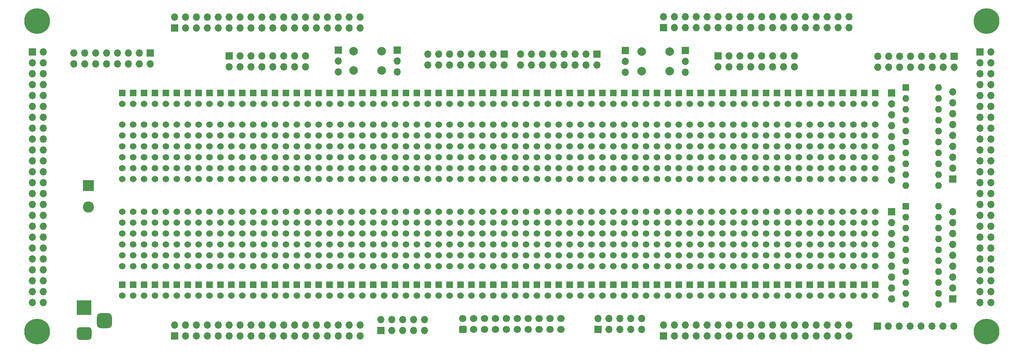
<source format=gbr>
%TF.GenerationSoftware,KiCad,Pcbnew,(5.1.10-1-10_14)*%
%TF.CreationDate,2021-09-26T00:15:31-04:00*%
%TF.ProjectId,prototype-board,70726f74-6f74-4797-9065-2d626f617264,rev?*%
%TF.SameCoordinates,Original*%
%TF.FileFunction,Soldermask,Bot*%
%TF.FilePolarity,Negative*%
%FSLAX46Y46*%
G04 Gerber Fmt 4.6, Leading zero omitted, Abs format (unit mm)*
G04 Created by KiCad (PCBNEW (5.1.10-1-10_14)) date 2021-09-26 00:15:31*
%MOMM*%
%LPD*%
G01*
G04 APERTURE LIST*
%ADD10C,2.000000*%
%ADD11O,1.700000X1.700000*%
%ADD12R,1.700000X1.700000*%
%ADD13C,1.700000*%
%ADD14O,1.600000X1.600000*%
%ADD15R,1.600000X1.600000*%
%ADD16C,6.000000*%
%ADD17C,0.800000*%
%ADD18C,2.600000*%
%ADD19R,2.600000X2.600000*%
%ADD20R,3.500000X3.500000*%
%ADD21R,1.524000X1.524000*%
%ADD22C,1.524000*%
G04 APERTURE END LIST*
D10*
%TO.C,SW2*%
X208430000Y-65278000D03*
X208430000Y-69778000D03*
X201930000Y-65278000D03*
X201930000Y-69778000D03*
%TD*%
%TO.C,SW1*%
X141370000Y-65144000D03*
X141370000Y-69644000D03*
X134870000Y-65144000D03*
X134870000Y-69644000D03*
%TD*%
D11*
%TO.C,J26*%
X212090000Y-70104000D03*
X212090000Y-67564000D03*
D12*
X212090000Y-65024000D03*
%TD*%
D11*
%TO.C,J25*%
X198120000Y-70104000D03*
X198120000Y-67564000D03*
D12*
X198120000Y-65024000D03*
%TD*%
D11*
%TO.C,J20*%
X131242000Y-70016000D03*
X131242000Y-67476000D03*
D12*
X131242000Y-64936000D03*
%TD*%
D11*
%TO.C,J19*%
X144958000Y-70016000D03*
X144958000Y-67476000D03*
D12*
X144958000Y-64936000D03*
%TD*%
D11*
%TO.C,J24*%
X274574000Y-129286000D03*
X272034000Y-129286000D03*
X269494000Y-129286000D03*
X266954000Y-129286000D03*
X264414000Y-129286000D03*
X261874000Y-129286000D03*
X259334000Y-129286000D03*
D12*
X256794000Y-129286000D03*
%TD*%
D11*
%TO.C,J23*%
X201930000Y-127508000D03*
X201930000Y-130048000D03*
X199390000Y-127508000D03*
X199390000Y-130048000D03*
X196850000Y-127508000D03*
X196850000Y-130048000D03*
X194310000Y-127508000D03*
X194310000Y-130048000D03*
X191770000Y-127508000D03*
D12*
X191770000Y-130048000D03*
%TD*%
D11*
%TO.C,J22*%
X151384000Y-127762000D03*
X151384000Y-130302000D03*
X148844000Y-127762000D03*
X148844000Y-130302000D03*
X146304000Y-127762000D03*
X146304000Y-130302000D03*
X143764000Y-127762000D03*
X143764000Y-130302000D03*
X141224000Y-127762000D03*
D12*
X141224000Y-130302000D03*
%TD*%
D13*
%TO.C,J21*%
X183134000Y-127508000D03*
X180594000Y-127508000D03*
X178054000Y-127508000D03*
X175514000Y-127508000D03*
X172974000Y-127508000D03*
X170434000Y-127508000D03*
X167894000Y-127508000D03*
X165354000Y-127508000D03*
X162814000Y-127508000D03*
X160274000Y-127508000D03*
X183134000Y-130048000D03*
X180594000Y-130048000D03*
X178054000Y-130048000D03*
X175514000Y-130048000D03*
X172974000Y-130048000D03*
X170434000Y-130048000D03*
X167894000Y-130048000D03*
X165354000Y-130048000D03*
X162814000Y-130048000D03*
G36*
G01*
X160874000Y-130898000D02*
X159674000Y-130898000D01*
G75*
G02*
X159424000Y-130648000I0J250000D01*
G01*
X159424000Y-129448000D01*
G75*
G02*
X159674000Y-129198000I250000J0D01*
G01*
X160874000Y-129198000D01*
G75*
G02*
X161124000Y-129448000I0J-250000D01*
G01*
X161124000Y-130648000D01*
G75*
G02*
X160874000Y-130898000I-250000J0D01*
G01*
G37*
%TD*%
D14*
%TO.C,U68*%
X271018000Y-73660000D03*
X263398000Y-96520000D03*
X271018000Y-76200000D03*
X263398000Y-93980000D03*
X271018000Y-78740000D03*
X263398000Y-91440000D03*
X271018000Y-81280000D03*
X263398000Y-88900000D03*
X271018000Y-83820000D03*
X263398000Y-86360000D03*
X271018000Y-86360000D03*
X263398000Y-83820000D03*
X271018000Y-88900000D03*
X263398000Y-81280000D03*
X271018000Y-91440000D03*
X263398000Y-78740000D03*
X271018000Y-93980000D03*
X263398000Y-76200000D03*
X271018000Y-96520000D03*
D15*
X263398000Y-73660000D03*
%TD*%
D14*
%TO.C,U39*%
X271018000Y-101346000D03*
X263398000Y-124206000D03*
X271018000Y-103886000D03*
X263398000Y-121666000D03*
X271018000Y-106426000D03*
X263398000Y-119126000D03*
X271018000Y-108966000D03*
X263398000Y-116586000D03*
X271018000Y-111506000D03*
X263398000Y-114046000D03*
X271018000Y-114046000D03*
X263398000Y-111506000D03*
X271018000Y-116586000D03*
X263398000Y-108966000D03*
X271018000Y-119126000D03*
X263398000Y-106426000D03*
X271018000Y-121666000D03*
X263398000Y-103886000D03*
X271018000Y-124206000D03*
D15*
X263398000Y-101346000D03*
%TD*%
D11*
%TO.C,J13*%
X274320000Y-102616000D03*
X274320000Y-105156000D03*
X274320000Y-107696000D03*
X274320000Y-110236000D03*
X274320000Y-112776000D03*
X274320000Y-115316000D03*
X274320000Y-117856000D03*
X274320000Y-120396000D03*
D12*
X274320000Y-122936000D03*
%TD*%
D11*
%TO.C,J12*%
X260096000Y-122936000D03*
X260096000Y-120396000D03*
X260096000Y-117856000D03*
X260096000Y-115316000D03*
X260096000Y-112776000D03*
X260096000Y-110236000D03*
X260096000Y-107696000D03*
X260096000Y-105156000D03*
D12*
X260096000Y-102616000D03*
%TD*%
D11*
%TO.C,J11*%
X274320000Y-74676000D03*
X274320000Y-77216000D03*
X274320000Y-79756000D03*
X274320000Y-82296000D03*
X274320000Y-84836000D03*
X274320000Y-87376000D03*
X274320000Y-89916000D03*
X274320000Y-92456000D03*
D12*
X274320000Y-94996000D03*
%TD*%
D11*
%TO.C,J10*%
X260096000Y-95250000D03*
X260096000Y-92710000D03*
X260096000Y-90170000D03*
X260096000Y-87630000D03*
X260096000Y-85090000D03*
X260096000Y-82550000D03*
X260096000Y-80010000D03*
X260096000Y-77470000D03*
D12*
X260096000Y-74930000D03*
%TD*%
D11*
%TO.C,J4*%
X256826000Y-68894000D03*
X256826000Y-66354000D03*
X259366000Y-68894000D03*
X259366000Y-66354000D03*
X261906000Y-68894000D03*
X261906000Y-66354000D03*
X264446000Y-68894000D03*
X264446000Y-66354000D03*
X266986000Y-68894000D03*
X266986000Y-66354000D03*
X269526000Y-68894000D03*
X269526000Y-66354000D03*
X272066000Y-68894000D03*
X272066000Y-66354000D03*
X274606000Y-68894000D03*
D12*
X274606000Y-66354000D03*
%TD*%
%TO.C,J3*%
X87496000Y-65582000D03*
D11*
X87496000Y-68122000D03*
X84956000Y-65582000D03*
X84956000Y-68122000D03*
X82416000Y-65582000D03*
X82416000Y-68122000D03*
X79876000Y-65582000D03*
X79876000Y-68122000D03*
X77336000Y-65582000D03*
X77336000Y-68122000D03*
X74796000Y-65582000D03*
X74796000Y-68122000D03*
X72256000Y-65582000D03*
X72256000Y-68122000D03*
X69716000Y-65582000D03*
X69716000Y-68122000D03*
%TD*%
D16*
%TO.C,REF\u002A\u002A*%
X282194000Y-58166000D03*
D17*
X284444000Y-58166000D03*
X283784990Y-59756990D03*
X282194000Y-60416000D03*
X280603010Y-59756990D03*
X279944000Y-58166000D03*
X280603010Y-56575010D03*
X282194000Y-55916000D03*
X283784990Y-56575010D03*
%TD*%
%TO.C,REF\u002A\u002A*%
X283784990Y-128965010D03*
X282194000Y-128306000D03*
X280603010Y-128965010D03*
X279944000Y-130556000D03*
X280603010Y-132146990D03*
X282194000Y-132806000D03*
X283784990Y-132146990D03*
X284444000Y-130556000D03*
D16*
X282194000Y-130556000D03*
%TD*%
%TO.C,REF\u002A\u002A*%
X61214000Y-130556000D03*
D17*
X63464000Y-130556000D03*
X62804990Y-132146990D03*
X61214000Y-132806000D03*
X59623010Y-132146990D03*
X58964000Y-130556000D03*
X59623010Y-128965010D03*
X61214000Y-128306000D03*
X62804990Y-128965010D03*
%TD*%
%TO.C,REF\u002A\u002A*%
X62804990Y-56575010D03*
X61214000Y-55916000D03*
X59623010Y-56575010D03*
X58964000Y-58166000D03*
X59623010Y-59756990D03*
X61214000Y-60416000D03*
X62804990Y-59756990D03*
X63464000Y-58166000D03*
D16*
X61214000Y-58166000D03*
%TD*%
D18*
%TO.C,J18*%
X73152000Y-101520000D03*
D19*
X73152000Y-96520000D03*
%TD*%
D11*
%TO.C,J17*%
X123698000Y-68834000D03*
X123698000Y-66294000D03*
X121158000Y-68834000D03*
X121158000Y-66294000D03*
X118618000Y-68834000D03*
X118618000Y-66294000D03*
X116078000Y-68834000D03*
X116078000Y-66294000D03*
X113538000Y-68834000D03*
X113538000Y-66294000D03*
X110998000Y-68834000D03*
X110998000Y-66294000D03*
X108458000Y-68834000D03*
X108458000Y-66294000D03*
X105918000Y-68834000D03*
D12*
X105918000Y-66294000D03*
%TD*%
D11*
%TO.C,J16*%
X237490000Y-68834000D03*
X237490000Y-66294000D03*
X234950000Y-68834000D03*
X234950000Y-66294000D03*
X232410000Y-68834000D03*
X232410000Y-66294000D03*
X229870000Y-68834000D03*
X229870000Y-66294000D03*
X227330000Y-68834000D03*
X227330000Y-66294000D03*
X224790000Y-68834000D03*
X224790000Y-66294000D03*
X222250000Y-68834000D03*
X222250000Y-66294000D03*
X219710000Y-68834000D03*
D12*
X219710000Y-66294000D03*
%TD*%
D11*
%TO.C,J15*%
X136360000Y-57160000D03*
X136360000Y-59700000D03*
X133820000Y-57160000D03*
X133820000Y-59700000D03*
X131280000Y-57160000D03*
X131280000Y-59700000D03*
X128740000Y-57160000D03*
X128740000Y-59700000D03*
X126200000Y-57160000D03*
X126200000Y-59700000D03*
X123660000Y-57160000D03*
X123660000Y-59700000D03*
X121120000Y-57160000D03*
X121120000Y-59700000D03*
X118580000Y-57160000D03*
X118580000Y-59700000D03*
X116040000Y-57160000D03*
X116040000Y-59700000D03*
X113500000Y-57160000D03*
X113500000Y-59700000D03*
X110960000Y-57160000D03*
X110960000Y-59700000D03*
X108420000Y-57160000D03*
X108420000Y-59700000D03*
X105880000Y-57160000D03*
X105880000Y-59700000D03*
X103340000Y-57160000D03*
X103340000Y-59700000D03*
X100800000Y-57160000D03*
X100800000Y-59700000D03*
X98260000Y-57160000D03*
X98260000Y-59700000D03*
X95720000Y-57160000D03*
X95720000Y-59700000D03*
X93180000Y-57160000D03*
D12*
X93180000Y-59700000D03*
%TD*%
D11*
%TO.C,J14*%
X250190000Y-57110000D03*
X250190000Y-59650000D03*
X247650000Y-57110000D03*
X247650000Y-59650000D03*
X245110000Y-57110000D03*
X245110000Y-59650000D03*
X242570000Y-57110000D03*
X242570000Y-59650000D03*
X240030000Y-57110000D03*
X240030000Y-59650000D03*
X237490000Y-57110000D03*
X237490000Y-59650000D03*
X234950000Y-57110000D03*
X234950000Y-59650000D03*
X232410000Y-57110000D03*
X232410000Y-59650000D03*
X229870000Y-57110000D03*
X229870000Y-59650000D03*
X227330000Y-57110000D03*
X227330000Y-59650000D03*
X224790000Y-57110000D03*
X224790000Y-59650000D03*
X222250000Y-57110000D03*
X222250000Y-59650000D03*
X219710000Y-57110000D03*
X219710000Y-59650000D03*
X217170000Y-57110000D03*
X217170000Y-59650000D03*
X214630000Y-57110000D03*
X214630000Y-59650000D03*
X212090000Y-57110000D03*
X212090000Y-59650000D03*
X209550000Y-57110000D03*
X209550000Y-59650000D03*
X207010000Y-57110000D03*
D12*
X207010000Y-59650000D03*
%TD*%
D11*
%TO.C,J6*%
X136360000Y-129032000D03*
X136360000Y-131572000D03*
X133820000Y-129032000D03*
X133820000Y-131572000D03*
X131280000Y-129032000D03*
X131280000Y-131572000D03*
X128740000Y-129032000D03*
X128740000Y-131572000D03*
X126200000Y-129032000D03*
X126200000Y-131572000D03*
X123660000Y-129032000D03*
X123660000Y-131572000D03*
X121120000Y-129032000D03*
X121120000Y-131572000D03*
X118580000Y-129032000D03*
X118580000Y-131572000D03*
X116040000Y-129032000D03*
X116040000Y-131572000D03*
X113500000Y-129032000D03*
X113500000Y-131572000D03*
X110960000Y-129032000D03*
X110960000Y-131572000D03*
X108420000Y-129032000D03*
X108420000Y-131572000D03*
X105880000Y-129032000D03*
X105880000Y-131572000D03*
X103340000Y-129032000D03*
X103340000Y-131572000D03*
X100800000Y-129032000D03*
X100800000Y-131572000D03*
X98260000Y-129032000D03*
X98260000Y-131572000D03*
X95720000Y-129032000D03*
X95720000Y-131572000D03*
X93180000Y-129032000D03*
D12*
X93180000Y-131572000D03*
%TD*%
D11*
%TO.C,J5*%
X250180000Y-129032000D03*
X250180000Y-131572000D03*
X247640000Y-129032000D03*
X247640000Y-131572000D03*
X245100000Y-129032000D03*
X245100000Y-131572000D03*
X242560000Y-129032000D03*
X242560000Y-131572000D03*
X240020000Y-129032000D03*
X240020000Y-131572000D03*
X237480000Y-129032000D03*
X237480000Y-131572000D03*
X234940000Y-129032000D03*
X234940000Y-131572000D03*
X232400000Y-129032000D03*
X232400000Y-131572000D03*
X229860000Y-129032000D03*
X229860000Y-131572000D03*
X227320000Y-129032000D03*
X227320000Y-131572000D03*
X224780000Y-129032000D03*
X224780000Y-131572000D03*
X222240000Y-129032000D03*
X222240000Y-131572000D03*
X219700000Y-129032000D03*
X219700000Y-131572000D03*
X217160000Y-129032000D03*
X217160000Y-131572000D03*
X214620000Y-129032000D03*
X214620000Y-131572000D03*
X212080000Y-129032000D03*
X212080000Y-131572000D03*
X209540000Y-129032000D03*
X209540000Y-131572000D03*
X207000000Y-129032000D03*
D12*
X207000000Y-131572000D03*
%TD*%
D11*
%TO.C,J9*%
X62600000Y-123706000D03*
X60060000Y-123706000D03*
X62600000Y-121166000D03*
X60060000Y-121166000D03*
X62600000Y-118626000D03*
X60060000Y-118626000D03*
X62600000Y-116086000D03*
X60060000Y-116086000D03*
X62600000Y-113546000D03*
X60060000Y-113546000D03*
X62600000Y-111006000D03*
X60060000Y-111006000D03*
X62600000Y-108466000D03*
X60060000Y-108466000D03*
X62600000Y-105926000D03*
X60060000Y-105926000D03*
X62600000Y-103386000D03*
X60060000Y-103386000D03*
X62600000Y-100846000D03*
X60060000Y-100846000D03*
X62600000Y-98306000D03*
X60060000Y-98306000D03*
X62600000Y-95766000D03*
X60060000Y-95766000D03*
X62600000Y-93226000D03*
X60060000Y-93226000D03*
X62600000Y-90686000D03*
X60060000Y-90686000D03*
X62600000Y-88146000D03*
X60060000Y-88146000D03*
X62600000Y-85606000D03*
X60060000Y-85606000D03*
X62600000Y-83066000D03*
X60060000Y-83066000D03*
X62600000Y-80526000D03*
X60060000Y-80526000D03*
X62600000Y-77986000D03*
X60060000Y-77986000D03*
X62600000Y-75446000D03*
X60060000Y-75446000D03*
X62600000Y-72906000D03*
X60060000Y-72906000D03*
X62600000Y-70366000D03*
X60060000Y-70366000D03*
X62600000Y-67826000D03*
X60060000Y-67826000D03*
X62600000Y-65286000D03*
D12*
X60060000Y-65286000D03*
%TD*%
D11*
%TO.C,J8*%
X283190000Y-123710000D03*
X280650000Y-123710000D03*
X283190000Y-121170000D03*
X280650000Y-121170000D03*
X283190000Y-118630000D03*
X280650000Y-118630000D03*
X283190000Y-116090000D03*
X280650000Y-116090000D03*
X283190000Y-113550000D03*
X280650000Y-113550000D03*
X283190000Y-111010000D03*
X280650000Y-111010000D03*
X283190000Y-108470000D03*
X280650000Y-108470000D03*
X283190000Y-105930000D03*
X280650000Y-105930000D03*
X283190000Y-103390000D03*
X280650000Y-103390000D03*
X283190000Y-100850000D03*
X280650000Y-100850000D03*
X283190000Y-98310000D03*
X280650000Y-98310000D03*
X283190000Y-95770000D03*
X280650000Y-95770000D03*
X283190000Y-93230000D03*
X280650000Y-93230000D03*
X283190000Y-90690000D03*
X280650000Y-90690000D03*
X283190000Y-88150000D03*
X280650000Y-88150000D03*
X283190000Y-85610000D03*
X280650000Y-85610000D03*
X283190000Y-83070000D03*
X280650000Y-83070000D03*
X283190000Y-80530000D03*
X280650000Y-80530000D03*
X283190000Y-77990000D03*
X280650000Y-77990000D03*
X283190000Y-75450000D03*
X280650000Y-75450000D03*
X283190000Y-72910000D03*
X280650000Y-72910000D03*
X283190000Y-70370000D03*
X280650000Y-70370000D03*
X283190000Y-67830000D03*
X280650000Y-67830000D03*
X283190000Y-65290000D03*
D12*
X280650000Y-65290000D03*
%TD*%
%TO.C,J7*%
G36*
G01*
X77711000Y-129718000D02*
X75961000Y-129718000D01*
G75*
G02*
X75086000Y-128843000I0J875000D01*
G01*
X75086000Y-127093000D01*
G75*
G02*
X75961000Y-126218000I875000J0D01*
G01*
X77711000Y-126218000D01*
G75*
G02*
X78586000Y-127093000I0J-875000D01*
G01*
X78586000Y-128843000D01*
G75*
G02*
X77711000Y-129718000I-875000J0D01*
G01*
G37*
G36*
G01*
X73136000Y-132468000D02*
X71136000Y-132468000D01*
G75*
G02*
X70386000Y-131718000I0J750000D01*
G01*
X70386000Y-130218000D01*
G75*
G02*
X71136000Y-129468000I750000J0D01*
G01*
X73136000Y-129468000D01*
G75*
G02*
X73886000Y-130218000I0J-750000D01*
G01*
X73886000Y-131718000D01*
G75*
G02*
X73136000Y-132468000I-750000J0D01*
G01*
G37*
D20*
X72136000Y-124968000D03*
%TD*%
D11*
%TO.C,J2*%
X173736000Y-68376000D03*
X173736000Y-65836000D03*
X176276000Y-68376000D03*
X176276000Y-65836000D03*
X178816000Y-68376000D03*
X178816000Y-65836000D03*
X181356000Y-68376000D03*
X181356000Y-65836000D03*
X183896000Y-68376000D03*
X183896000Y-65836000D03*
X186436000Y-68376000D03*
X186436000Y-65836000D03*
X188976000Y-68376000D03*
X188976000Y-65836000D03*
X191516000Y-68376000D03*
D12*
X191516000Y-65836000D03*
%TD*%
D11*
%TO.C,J1*%
X152146000Y-68366000D03*
X152146000Y-65826000D03*
X154686000Y-68366000D03*
X154686000Y-65826000D03*
X157226000Y-68366000D03*
X157226000Y-65826000D03*
X159766000Y-68366000D03*
X159766000Y-65826000D03*
X162306000Y-68366000D03*
X162306000Y-65826000D03*
X164846000Y-68366000D03*
X164846000Y-65826000D03*
X167386000Y-68366000D03*
X167386000Y-65826000D03*
X169926000Y-68366000D03*
D12*
X169926000Y-65826000D03*
%TD*%
D21*
%TO.C,U3*%
X149606000Y-74930000D03*
D22*
X96266000Y-77470000D03*
X93726000Y-77470000D03*
D21*
X126746000Y-74930000D03*
X103886000Y-74930000D03*
D22*
X103886000Y-77470000D03*
D21*
X124206000Y-74930000D03*
X88646000Y-74930000D03*
D22*
X141986000Y-77470000D03*
X139446000Y-77470000D03*
D21*
X147066000Y-74930000D03*
D22*
X149606000Y-77470000D03*
D21*
X144526000Y-74930000D03*
X108966000Y-74930000D03*
X152146000Y-74930000D03*
D22*
X152146000Y-77470000D03*
D21*
X121666000Y-74930000D03*
X136906000Y-74930000D03*
X141986000Y-74930000D03*
D22*
X136906000Y-77470000D03*
X134366000Y-77470000D03*
D21*
X131826000Y-74930000D03*
D22*
X131826000Y-77470000D03*
D21*
X134366000Y-74930000D03*
D22*
X114046000Y-77470000D03*
X129286000Y-77470000D03*
X98806000Y-77470000D03*
X116586000Y-77470000D03*
X121666000Y-77470000D03*
D21*
X114046000Y-74930000D03*
D22*
X119126000Y-77470000D03*
D21*
X111506000Y-74930000D03*
D22*
X106426000Y-77470000D03*
X126746000Y-77470000D03*
X147066000Y-77470000D03*
X144526000Y-77470000D03*
D21*
X139446000Y-74930000D03*
D22*
X108966000Y-77470000D03*
D21*
X129286000Y-74930000D03*
X101346000Y-74930000D03*
D22*
X101346000Y-77470000D03*
D21*
X98806000Y-74930000D03*
D22*
X91186000Y-77470000D03*
X88646000Y-77470000D03*
D21*
X96266000Y-74930000D03*
X93726000Y-74930000D03*
X106426000Y-74930000D03*
X83566000Y-74930000D03*
X86106000Y-74930000D03*
X91186000Y-74930000D03*
D22*
X86106000Y-77470000D03*
X83566000Y-77470000D03*
D21*
X81026000Y-74930000D03*
D22*
X81026000Y-77470000D03*
D21*
X154686000Y-74930000D03*
D22*
X154686000Y-77470000D03*
D21*
X116586000Y-74930000D03*
D22*
X124206000Y-77470000D03*
X111506000Y-77470000D03*
D21*
X119126000Y-74930000D03*
X200406000Y-74930000D03*
X177546000Y-74930000D03*
X175006000Y-74930000D03*
D22*
X192786000Y-77470000D03*
X190246000Y-77470000D03*
D21*
X197866000Y-74930000D03*
D22*
X200406000Y-77470000D03*
D21*
X195326000Y-74930000D03*
X159766000Y-74930000D03*
X202946000Y-74930000D03*
D22*
X202946000Y-77470000D03*
D21*
X172466000Y-74930000D03*
X187706000Y-74930000D03*
X192786000Y-74930000D03*
D22*
X187706000Y-77470000D03*
X185166000Y-77470000D03*
D21*
X182626000Y-74930000D03*
D22*
X182626000Y-77470000D03*
D21*
X185166000Y-74930000D03*
D22*
X164846000Y-77470000D03*
X180086000Y-77470000D03*
X167386000Y-77470000D03*
X172466000Y-77470000D03*
D21*
X164846000Y-74930000D03*
D22*
X169926000Y-77470000D03*
D21*
X162306000Y-74930000D03*
D22*
X157226000Y-77470000D03*
X177546000Y-77470000D03*
X197866000Y-77470000D03*
X195326000Y-77470000D03*
D21*
X190246000Y-74930000D03*
D22*
X159766000Y-77470000D03*
D21*
X180086000Y-74930000D03*
X157226000Y-74930000D03*
X205486000Y-74930000D03*
D22*
X205486000Y-77470000D03*
D21*
X167386000Y-74930000D03*
D22*
X175006000Y-77470000D03*
X162306000Y-77470000D03*
D21*
X169926000Y-74930000D03*
X225806000Y-74930000D03*
D22*
X218186000Y-77470000D03*
X215646000Y-77470000D03*
D21*
X223266000Y-74930000D03*
D22*
X225806000Y-77470000D03*
D21*
X220726000Y-74930000D03*
X228346000Y-74930000D03*
D22*
X228346000Y-77470000D03*
D21*
X213106000Y-74930000D03*
X218186000Y-74930000D03*
D22*
X213106000Y-77470000D03*
X210566000Y-77470000D03*
D21*
X208026000Y-74930000D03*
D22*
X208026000Y-77470000D03*
D21*
X210566000Y-74930000D03*
D22*
X223266000Y-77470000D03*
X220726000Y-77470000D03*
D21*
X215646000Y-74930000D03*
X230886000Y-74930000D03*
D22*
X230886000Y-77470000D03*
X235966000Y-77470000D03*
D21*
X233426000Y-74930000D03*
D22*
X233426000Y-77470000D03*
D21*
X235966000Y-74930000D03*
X241046000Y-74930000D03*
X238506000Y-74930000D03*
D22*
X241046000Y-77470000D03*
D21*
X243586000Y-74930000D03*
D22*
X243586000Y-77470000D03*
X238506000Y-77470000D03*
D21*
X246126000Y-74930000D03*
D22*
X246126000Y-77470000D03*
D21*
X248666000Y-74930000D03*
D22*
X248666000Y-77470000D03*
D21*
X251206000Y-74930000D03*
D22*
X251206000Y-77470000D03*
D21*
X253746000Y-74930000D03*
D22*
X253746000Y-77470000D03*
D21*
X256286000Y-74930000D03*
D22*
X256286000Y-77470000D03*
%TD*%
D21*
%TO.C,U2*%
X149606000Y-119634000D03*
D22*
X96266000Y-122174000D03*
X93726000Y-122174000D03*
D21*
X126746000Y-119634000D03*
X103886000Y-119634000D03*
D22*
X103886000Y-122174000D03*
D21*
X124206000Y-119634000D03*
X88646000Y-119634000D03*
D22*
X141986000Y-122174000D03*
X139446000Y-122174000D03*
D21*
X147066000Y-119634000D03*
D22*
X149606000Y-122174000D03*
D21*
X144526000Y-119634000D03*
X108966000Y-119634000D03*
X152146000Y-119634000D03*
D22*
X152146000Y-122174000D03*
D21*
X121666000Y-119634000D03*
X136906000Y-119634000D03*
X141986000Y-119634000D03*
D22*
X136906000Y-122174000D03*
X134366000Y-122174000D03*
D21*
X131826000Y-119634000D03*
D22*
X131826000Y-122174000D03*
D21*
X134366000Y-119634000D03*
D22*
X114046000Y-122174000D03*
X129286000Y-122174000D03*
X98806000Y-122174000D03*
X116586000Y-122174000D03*
X121666000Y-122174000D03*
D21*
X114046000Y-119634000D03*
D22*
X119126000Y-122174000D03*
D21*
X111506000Y-119634000D03*
D22*
X106426000Y-122174000D03*
X126746000Y-122174000D03*
X147066000Y-122174000D03*
X144526000Y-122174000D03*
D21*
X139446000Y-119634000D03*
D22*
X108966000Y-122174000D03*
D21*
X129286000Y-119634000D03*
X101346000Y-119634000D03*
D22*
X101346000Y-122174000D03*
D21*
X98806000Y-119634000D03*
D22*
X91186000Y-122174000D03*
X88646000Y-122174000D03*
D21*
X96266000Y-119634000D03*
X93726000Y-119634000D03*
X106426000Y-119634000D03*
X83566000Y-119634000D03*
X86106000Y-119634000D03*
X91186000Y-119634000D03*
D22*
X86106000Y-122174000D03*
X83566000Y-122174000D03*
D21*
X81026000Y-119634000D03*
D22*
X81026000Y-122174000D03*
D21*
X154686000Y-119634000D03*
D22*
X154686000Y-122174000D03*
D21*
X116586000Y-119634000D03*
D22*
X124206000Y-122174000D03*
X111506000Y-122174000D03*
D21*
X119126000Y-119634000D03*
X200406000Y-119634000D03*
X177546000Y-119634000D03*
X175006000Y-119634000D03*
D22*
X192786000Y-122174000D03*
X190246000Y-122174000D03*
D21*
X197866000Y-119634000D03*
D22*
X200406000Y-122174000D03*
D21*
X195326000Y-119634000D03*
X159766000Y-119634000D03*
X202946000Y-119634000D03*
D22*
X202946000Y-122174000D03*
D21*
X172466000Y-119634000D03*
X187706000Y-119634000D03*
X192786000Y-119634000D03*
D22*
X187706000Y-122174000D03*
X185166000Y-122174000D03*
D21*
X182626000Y-119634000D03*
D22*
X182626000Y-122174000D03*
D21*
X185166000Y-119634000D03*
D22*
X164846000Y-122174000D03*
X180086000Y-122174000D03*
X167386000Y-122174000D03*
X172466000Y-122174000D03*
D21*
X164846000Y-119634000D03*
D22*
X169926000Y-122174000D03*
D21*
X162306000Y-119634000D03*
D22*
X157226000Y-122174000D03*
X177546000Y-122174000D03*
X197866000Y-122174000D03*
X195326000Y-122174000D03*
D21*
X190246000Y-119634000D03*
D22*
X159766000Y-122174000D03*
D21*
X180086000Y-119634000D03*
X157226000Y-119634000D03*
X205486000Y-119634000D03*
D22*
X205486000Y-122174000D03*
D21*
X167386000Y-119634000D03*
D22*
X175006000Y-122174000D03*
X162306000Y-122174000D03*
D21*
X169926000Y-119634000D03*
X225806000Y-119634000D03*
D22*
X218186000Y-122174000D03*
X215646000Y-122174000D03*
D21*
X223266000Y-119634000D03*
D22*
X225806000Y-122174000D03*
D21*
X220726000Y-119634000D03*
X228346000Y-119634000D03*
D22*
X228346000Y-122174000D03*
D21*
X213106000Y-119634000D03*
X218186000Y-119634000D03*
D22*
X213106000Y-122174000D03*
X210566000Y-122174000D03*
D21*
X208026000Y-119634000D03*
D22*
X208026000Y-122174000D03*
D21*
X210566000Y-119634000D03*
D22*
X223266000Y-122174000D03*
X220726000Y-122174000D03*
D21*
X215646000Y-119634000D03*
X230886000Y-119634000D03*
D22*
X230886000Y-122174000D03*
X235966000Y-122174000D03*
D21*
X233426000Y-119634000D03*
D22*
X233426000Y-122174000D03*
D21*
X235966000Y-119634000D03*
X241046000Y-119634000D03*
X238506000Y-119634000D03*
D22*
X241046000Y-122174000D03*
D21*
X243586000Y-119634000D03*
D22*
X243586000Y-122174000D03*
X238506000Y-122174000D03*
D21*
X246126000Y-119634000D03*
D22*
X246126000Y-122174000D03*
D21*
X248666000Y-119634000D03*
D22*
X248666000Y-122174000D03*
D21*
X251206000Y-119634000D03*
D22*
X251206000Y-122174000D03*
D21*
X253746000Y-119634000D03*
D22*
X253746000Y-122174000D03*
D21*
X256286000Y-119634000D03*
D22*
X256286000Y-122174000D03*
%TD*%
%TO.C,U1*%
X81026000Y-115316000D03*
X81026000Y-112776000D03*
X81026000Y-110236000D03*
X81026000Y-107696000D03*
X81026000Y-105156000D03*
X81026000Y-102616000D03*
X256286000Y-115316000D03*
X253746000Y-115316000D03*
X251206000Y-115316000D03*
X238506000Y-115316000D03*
X248666000Y-115316000D03*
X246126000Y-115316000D03*
X235966000Y-115316000D03*
X233426000Y-115316000D03*
X243586000Y-115316000D03*
X241046000Y-115316000D03*
X83566000Y-115316000D03*
X210566000Y-115316000D03*
X208026000Y-115316000D03*
X205486000Y-115316000D03*
X202946000Y-115316000D03*
X200406000Y-115316000D03*
X197866000Y-115316000D03*
X195326000Y-115316000D03*
X192786000Y-115316000D03*
X190246000Y-115316000D03*
X187706000Y-115316000D03*
X185166000Y-115316000D03*
X182626000Y-115316000D03*
X180086000Y-115316000D03*
X177546000Y-115316000D03*
X175006000Y-115316000D03*
X172466000Y-115316000D03*
X169926000Y-115316000D03*
X164846000Y-115316000D03*
X162306000Y-115316000D03*
X159766000Y-115316000D03*
X157226000Y-115316000D03*
X154686000Y-115316000D03*
X152146000Y-115316000D03*
X149606000Y-115316000D03*
X147066000Y-115316000D03*
X144526000Y-115316000D03*
X141986000Y-115316000D03*
X139446000Y-115316000D03*
X136906000Y-115316000D03*
X134366000Y-115316000D03*
X131826000Y-115316000D03*
X129286000Y-115316000D03*
X126746000Y-115316000D03*
X167386000Y-115316000D03*
X124206000Y-115316000D03*
X121666000Y-115316000D03*
X119126000Y-115316000D03*
X116586000Y-115316000D03*
X114046000Y-115316000D03*
X111506000Y-115316000D03*
X108966000Y-115316000D03*
X106426000Y-115316000D03*
X103886000Y-115316000D03*
X101346000Y-115316000D03*
X98806000Y-115316000D03*
X96266000Y-115316000D03*
X93726000Y-115316000D03*
X91186000Y-115316000D03*
X88646000Y-115316000D03*
X225806000Y-115316000D03*
X223266000Y-115316000D03*
X220726000Y-115316000D03*
X218186000Y-115316000D03*
X215646000Y-115316000D03*
X213106000Y-115316000D03*
X86106000Y-115316000D03*
X230886000Y-115316000D03*
X228346000Y-115316000D03*
X256286000Y-112776000D03*
X253746000Y-112776000D03*
X251206000Y-112776000D03*
X238506000Y-112776000D03*
X248666000Y-112776000D03*
X246126000Y-112776000D03*
X235966000Y-112776000D03*
X233426000Y-112776000D03*
X243586000Y-112776000D03*
X241046000Y-112776000D03*
X83566000Y-112776000D03*
X210566000Y-112776000D03*
X208026000Y-112776000D03*
X205486000Y-112776000D03*
X202946000Y-112776000D03*
X200406000Y-112776000D03*
X197866000Y-112776000D03*
X195326000Y-112776000D03*
X192786000Y-112776000D03*
X190246000Y-112776000D03*
X187706000Y-112776000D03*
X185166000Y-112776000D03*
X182626000Y-112776000D03*
X180086000Y-112776000D03*
X177546000Y-112776000D03*
X175006000Y-112776000D03*
X172466000Y-112776000D03*
X169926000Y-112776000D03*
X164846000Y-112776000D03*
X162306000Y-112776000D03*
X159766000Y-112776000D03*
X157226000Y-112776000D03*
X154686000Y-112776000D03*
X152146000Y-112776000D03*
X149606000Y-112776000D03*
X147066000Y-112776000D03*
X144526000Y-112776000D03*
X141986000Y-112776000D03*
X139446000Y-112776000D03*
X136906000Y-112776000D03*
X134366000Y-112776000D03*
X131826000Y-112776000D03*
X129286000Y-112776000D03*
X126746000Y-112776000D03*
X167386000Y-112776000D03*
X124206000Y-112776000D03*
X121666000Y-112776000D03*
X119126000Y-112776000D03*
X116586000Y-112776000D03*
X114046000Y-112776000D03*
X111506000Y-112776000D03*
X108966000Y-112776000D03*
X106426000Y-112776000D03*
X103886000Y-112776000D03*
X101346000Y-112776000D03*
X98806000Y-112776000D03*
X96266000Y-112776000D03*
X93726000Y-112776000D03*
X91186000Y-112776000D03*
X88646000Y-112776000D03*
X225806000Y-112776000D03*
X223266000Y-112776000D03*
X220726000Y-112776000D03*
X218186000Y-112776000D03*
X215646000Y-112776000D03*
X213106000Y-112776000D03*
X86106000Y-112776000D03*
X230886000Y-112776000D03*
X228346000Y-112776000D03*
X256286000Y-110236000D03*
X253746000Y-110236000D03*
X251206000Y-110236000D03*
X238506000Y-110236000D03*
X248666000Y-110236000D03*
X246126000Y-110236000D03*
X235966000Y-110236000D03*
X233426000Y-110236000D03*
X243586000Y-110236000D03*
X241046000Y-110236000D03*
X83566000Y-110236000D03*
X210566000Y-110236000D03*
X208026000Y-110236000D03*
X205486000Y-110236000D03*
X202946000Y-110236000D03*
X200406000Y-110236000D03*
X197866000Y-110236000D03*
X195326000Y-110236000D03*
X192786000Y-110236000D03*
X190246000Y-110236000D03*
X187706000Y-110236000D03*
X185166000Y-110236000D03*
X182626000Y-110236000D03*
X180086000Y-110236000D03*
X177546000Y-110236000D03*
X175006000Y-110236000D03*
X172466000Y-110236000D03*
X169926000Y-110236000D03*
X164846000Y-110236000D03*
X162306000Y-110236000D03*
X159766000Y-110236000D03*
X157226000Y-110236000D03*
X154686000Y-110236000D03*
X152146000Y-110236000D03*
X149606000Y-110236000D03*
X147066000Y-110236000D03*
X144526000Y-110236000D03*
X141986000Y-110236000D03*
X139446000Y-110236000D03*
X136906000Y-110236000D03*
X134366000Y-110236000D03*
X131826000Y-110236000D03*
X129286000Y-110236000D03*
X126746000Y-110236000D03*
X167386000Y-110236000D03*
X124206000Y-110236000D03*
X121666000Y-110236000D03*
X119126000Y-110236000D03*
X116586000Y-110236000D03*
X114046000Y-110236000D03*
X111506000Y-110236000D03*
X108966000Y-110236000D03*
X106426000Y-110236000D03*
X103886000Y-110236000D03*
X101346000Y-110236000D03*
X98806000Y-110236000D03*
X96266000Y-110236000D03*
X93726000Y-110236000D03*
X91186000Y-110236000D03*
X88646000Y-110236000D03*
X225806000Y-110236000D03*
X223266000Y-110236000D03*
X220726000Y-110236000D03*
X218186000Y-110236000D03*
X215646000Y-110236000D03*
X213106000Y-110236000D03*
X86106000Y-110236000D03*
X230886000Y-110236000D03*
X228346000Y-110236000D03*
X256286000Y-107696000D03*
X253746000Y-107696000D03*
X251206000Y-107696000D03*
X238506000Y-107696000D03*
X248666000Y-107696000D03*
X246126000Y-107696000D03*
X235966000Y-107696000D03*
X233426000Y-107696000D03*
X243586000Y-107696000D03*
X241046000Y-107696000D03*
X83566000Y-107696000D03*
X210566000Y-107696000D03*
X208026000Y-107696000D03*
X205486000Y-107696000D03*
X202946000Y-107696000D03*
X200406000Y-107696000D03*
X197866000Y-107696000D03*
X195326000Y-107696000D03*
X192786000Y-107696000D03*
X190246000Y-107696000D03*
X187706000Y-107696000D03*
X185166000Y-107696000D03*
X182626000Y-107696000D03*
X180086000Y-107696000D03*
X177546000Y-107696000D03*
X175006000Y-107696000D03*
X172466000Y-107696000D03*
X169926000Y-107696000D03*
X164846000Y-107696000D03*
X162306000Y-107696000D03*
X159766000Y-107696000D03*
X157226000Y-107696000D03*
X154686000Y-107696000D03*
X152146000Y-107696000D03*
X149606000Y-107696000D03*
X147066000Y-107696000D03*
X144526000Y-107696000D03*
X141986000Y-107696000D03*
X139446000Y-107696000D03*
X136906000Y-107696000D03*
X134366000Y-107696000D03*
X131826000Y-107696000D03*
X129286000Y-107696000D03*
X126746000Y-107696000D03*
X167386000Y-107696000D03*
X124206000Y-107696000D03*
X121666000Y-107696000D03*
X119126000Y-107696000D03*
X116586000Y-107696000D03*
X114046000Y-107696000D03*
X111506000Y-107696000D03*
X108966000Y-107696000D03*
X106426000Y-107696000D03*
X103886000Y-107696000D03*
X101346000Y-107696000D03*
X98806000Y-107696000D03*
X96266000Y-107696000D03*
X93726000Y-107696000D03*
X91186000Y-107696000D03*
X88646000Y-107696000D03*
X86106000Y-107696000D03*
X230886000Y-107696000D03*
X228346000Y-107696000D03*
X225806000Y-107696000D03*
X223266000Y-107696000D03*
X220726000Y-107696000D03*
X218186000Y-107696000D03*
X215646000Y-107696000D03*
X213106000Y-107696000D03*
X256286000Y-105156000D03*
X253746000Y-105156000D03*
X251206000Y-105156000D03*
X238506000Y-105156000D03*
X248666000Y-105156000D03*
X246126000Y-105156000D03*
X235966000Y-105156000D03*
X233426000Y-105156000D03*
X243586000Y-105156000D03*
X241046000Y-105156000D03*
X83566000Y-105156000D03*
X210566000Y-105156000D03*
X208026000Y-105156000D03*
X205486000Y-105156000D03*
X202946000Y-105156000D03*
X200406000Y-105156000D03*
X197866000Y-105156000D03*
X195326000Y-105156000D03*
X192786000Y-105156000D03*
X190246000Y-105156000D03*
X187706000Y-105156000D03*
X185166000Y-105156000D03*
X182626000Y-105156000D03*
X180086000Y-105156000D03*
X177546000Y-105156000D03*
X175006000Y-105156000D03*
X172466000Y-105156000D03*
X169926000Y-105156000D03*
X164846000Y-105156000D03*
X162306000Y-105156000D03*
X159766000Y-105156000D03*
X157226000Y-105156000D03*
X154686000Y-105156000D03*
X152146000Y-105156000D03*
X149606000Y-105156000D03*
X147066000Y-105156000D03*
X144526000Y-105156000D03*
X141986000Y-105156000D03*
X139446000Y-105156000D03*
X136906000Y-105156000D03*
X134366000Y-105156000D03*
X131826000Y-105156000D03*
X129286000Y-105156000D03*
X126746000Y-105156000D03*
X167386000Y-105156000D03*
X124206000Y-105156000D03*
X121666000Y-105156000D03*
X119126000Y-105156000D03*
X116586000Y-105156000D03*
X114046000Y-105156000D03*
X111506000Y-105156000D03*
X108966000Y-105156000D03*
X106426000Y-105156000D03*
X103886000Y-105156000D03*
X101346000Y-105156000D03*
X98806000Y-105156000D03*
X96266000Y-105156000D03*
X93726000Y-105156000D03*
X91186000Y-105156000D03*
X88646000Y-105156000D03*
X86106000Y-105156000D03*
X230886000Y-105156000D03*
X228346000Y-105156000D03*
X225806000Y-105156000D03*
X223266000Y-105156000D03*
X220726000Y-105156000D03*
X218186000Y-105156000D03*
X215646000Y-105156000D03*
X213106000Y-105156000D03*
X256286000Y-102616000D03*
X253746000Y-102616000D03*
X251206000Y-102616000D03*
X248666000Y-102616000D03*
X246126000Y-102616000D03*
X243586000Y-102616000D03*
X241046000Y-102616000D03*
X238506000Y-102616000D03*
X235966000Y-102616000D03*
X233426000Y-102616000D03*
X230886000Y-102616000D03*
X228346000Y-102616000D03*
X225806000Y-102616000D03*
X223266000Y-102616000D03*
X220726000Y-102616000D03*
X218186000Y-102616000D03*
X215646000Y-102616000D03*
X213106000Y-102616000D03*
X210566000Y-102616000D03*
X208026000Y-102616000D03*
X205486000Y-102616000D03*
X202946000Y-102616000D03*
X200406000Y-102616000D03*
X197866000Y-102616000D03*
X195326000Y-102616000D03*
X192786000Y-102616000D03*
X190246000Y-102616000D03*
X187706000Y-102616000D03*
X185166000Y-102616000D03*
X182626000Y-102616000D03*
X180086000Y-102616000D03*
X177546000Y-102616000D03*
X175006000Y-102616000D03*
X172466000Y-102616000D03*
X169926000Y-102616000D03*
X167386000Y-102616000D03*
X164846000Y-102616000D03*
X162306000Y-102616000D03*
X159766000Y-102616000D03*
X157226000Y-102616000D03*
X154686000Y-102616000D03*
X152146000Y-102616000D03*
X149606000Y-102616000D03*
X147066000Y-102616000D03*
X144526000Y-102616000D03*
X141986000Y-102616000D03*
X139446000Y-102616000D03*
X136906000Y-102616000D03*
X134366000Y-102616000D03*
X131826000Y-102616000D03*
X129286000Y-102616000D03*
X126746000Y-102616000D03*
X124206000Y-102616000D03*
X121666000Y-102616000D03*
X119126000Y-102616000D03*
X116586000Y-102616000D03*
X114046000Y-102616000D03*
X111506000Y-102616000D03*
X108966000Y-102616000D03*
X106426000Y-102616000D03*
X103886000Y-102616000D03*
X101346000Y-102616000D03*
X98806000Y-102616000D03*
X96266000Y-102616000D03*
X93726000Y-102616000D03*
X91186000Y-102616000D03*
X88646000Y-102616000D03*
X86106000Y-102616000D03*
X83566000Y-102616000D03*
X180086000Y-94996000D03*
X159766000Y-94996000D03*
X253746000Y-94996000D03*
X251206000Y-94996000D03*
X248666000Y-94996000D03*
X246126000Y-94996000D03*
X243586000Y-94996000D03*
X241046000Y-94996000D03*
X238506000Y-94996000D03*
X213106000Y-94996000D03*
X126746000Y-94996000D03*
X124206000Y-94996000D03*
X164846000Y-94996000D03*
X121666000Y-94996000D03*
X235966000Y-94996000D03*
X233426000Y-94996000D03*
X86106000Y-94996000D03*
X98806000Y-94996000D03*
X167386000Y-94996000D03*
X119126000Y-94996000D03*
X116586000Y-94996000D03*
X103886000Y-94996000D03*
X101346000Y-94996000D03*
X177546000Y-94996000D03*
X175006000Y-94996000D03*
X96266000Y-94996000D03*
X162306000Y-94996000D03*
X195326000Y-94996000D03*
X223266000Y-94996000D03*
X220726000Y-94996000D03*
X218186000Y-94996000D03*
X215646000Y-94996000D03*
X144526000Y-94996000D03*
X83566000Y-94996000D03*
X228346000Y-94996000D03*
X182626000Y-94996000D03*
X230886000Y-94996000D03*
X205486000Y-94996000D03*
X202946000Y-94996000D03*
X200406000Y-94996000D03*
X190246000Y-94996000D03*
X210566000Y-94996000D03*
X208026000Y-94996000D03*
X106426000Y-94996000D03*
X81026000Y-94996000D03*
X256286000Y-94996000D03*
X141986000Y-94996000D03*
X139446000Y-94996000D03*
X187706000Y-94996000D03*
X185166000Y-94996000D03*
X172466000Y-94996000D03*
X169926000Y-94996000D03*
X157226000Y-94996000D03*
X154686000Y-94996000D03*
X152146000Y-94996000D03*
X149606000Y-94996000D03*
X147066000Y-94996000D03*
X225806000Y-94996000D03*
X114046000Y-94996000D03*
X111506000Y-94996000D03*
X192786000Y-94996000D03*
X108966000Y-94996000D03*
X131826000Y-94996000D03*
X129286000Y-94996000D03*
X197866000Y-94996000D03*
X136906000Y-94996000D03*
X134366000Y-94996000D03*
X88646000Y-94996000D03*
X93726000Y-94996000D03*
X91186000Y-94996000D03*
X228346000Y-92456000D03*
X182626000Y-92456000D03*
X230886000Y-92456000D03*
X205486000Y-92456000D03*
X202946000Y-92456000D03*
X200406000Y-92456000D03*
X190246000Y-92456000D03*
X210566000Y-92456000D03*
X208026000Y-92456000D03*
X106426000Y-92456000D03*
X81026000Y-92456000D03*
X256286000Y-92456000D03*
X141986000Y-92456000D03*
X139446000Y-92456000D03*
X187706000Y-92456000D03*
X185166000Y-92456000D03*
X172466000Y-92456000D03*
X169926000Y-92456000D03*
X157226000Y-92456000D03*
X154686000Y-92456000D03*
X152146000Y-92456000D03*
X149606000Y-92456000D03*
X147066000Y-92456000D03*
X225806000Y-92456000D03*
X114046000Y-92456000D03*
X111506000Y-92456000D03*
X192786000Y-92456000D03*
X108966000Y-92456000D03*
X131826000Y-92456000D03*
X129286000Y-92456000D03*
X197866000Y-92456000D03*
X136906000Y-92456000D03*
X134366000Y-92456000D03*
X88646000Y-92456000D03*
X93726000Y-92456000D03*
X91186000Y-92456000D03*
X167386000Y-92456000D03*
X119126000Y-92456000D03*
X116586000Y-92456000D03*
X103886000Y-92456000D03*
X101346000Y-92456000D03*
X177546000Y-92456000D03*
X175006000Y-92456000D03*
X86106000Y-92456000D03*
X98806000Y-92456000D03*
X96266000Y-92456000D03*
X162306000Y-92456000D03*
X195326000Y-92456000D03*
X223266000Y-92456000D03*
X220726000Y-92456000D03*
X218186000Y-92456000D03*
X215646000Y-92456000D03*
X144526000Y-92456000D03*
X83566000Y-92456000D03*
X213106000Y-92456000D03*
X126746000Y-92456000D03*
X124206000Y-92456000D03*
X164846000Y-92456000D03*
X121666000Y-92456000D03*
X235966000Y-92456000D03*
X233426000Y-92456000D03*
X253746000Y-92456000D03*
X251206000Y-92456000D03*
X248666000Y-92456000D03*
X246126000Y-92456000D03*
X243586000Y-92456000D03*
X241046000Y-92456000D03*
X238506000Y-92456000D03*
X180086000Y-92456000D03*
X159766000Y-92456000D03*
X228346000Y-89916000D03*
X182626000Y-89916000D03*
X230886000Y-89916000D03*
X205486000Y-89916000D03*
X202946000Y-89916000D03*
X200406000Y-89916000D03*
X190246000Y-89916000D03*
X210566000Y-89916000D03*
X208026000Y-89916000D03*
X106426000Y-89916000D03*
X81026000Y-89916000D03*
X256286000Y-89916000D03*
X141986000Y-89916000D03*
X139446000Y-89916000D03*
X93726000Y-89916000D03*
X91186000Y-89916000D03*
X167386000Y-89916000D03*
X119126000Y-89916000D03*
X116586000Y-89916000D03*
X253746000Y-89916000D03*
X251206000Y-89916000D03*
X248666000Y-89916000D03*
X246126000Y-89916000D03*
X243586000Y-89916000D03*
X241046000Y-89916000D03*
X238506000Y-89916000D03*
X180086000Y-89916000D03*
X159766000Y-89916000D03*
X157226000Y-89916000D03*
X154686000Y-89916000D03*
X152146000Y-89916000D03*
X149606000Y-89916000D03*
X147066000Y-89916000D03*
X144526000Y-89916000D03*
X83566000Y-89916000D03*
X136906000Y-89916000D03*
X134366000Y-89916000D03*
X88646000Y-89916000D03*
X86106000Y-89916000D03*
X98806000Y-89916000D03*
X96266000Y-89916000D03*
X103886000Y-89916000D03*
X101346000Y-89916000D03*
X177546000Y-89916000D03*
X175006000Y-89916000D03*
X187706000Y-89916000D03*
X185166000Y-89916000D03*
X172466000Y-89916000D03*
X169926000Y-89916000D03*
X162306000Y-89916000D03*
X195326000Y-89916000D03*
X223266000Y-89916000D03*
X220726000Y-89916000D03*
X218186000Y-89916000D03*
X215646000Y-89916000D03*
X213106000Y-89916000D03*
X126746000Y-89916000D03*
X124206000Y-89916000D03*
X164846000Y-89916000D03*
X121666000Y-89916000D03*
X235966000Y-89916000D03*
X233426000Y-89916000D03*
X225806000Y-89916000D03*
X114046000Y-89916000D03*
X111506000Y-89916000D03*
X192786000Y-89916000D03*
X108966000Y-89916000D03*
X131826000Y-89916000D03*
X129286000Y-89916000D03*
X197866000Y-89916000D03*
X86106000Y-87376000D03*
X98806000Y-87376000D03*
X96266000Y-87376000D03*
X103886000Y-87376000D03*
X101346000Y-87376000D03*
X177546000Y-87376000D03*
X175006000Y-87376000D03*
X172466000Y-87376000D03*
X169926000Y-87376000D03*
X162306000Y-87376000D03*
X159766000Y-87376000D03*
X157226000Y-87376000D03*
X154686000Y-87376000D03*
X152146000Y-87376000D03*
X149606000Y-87376000D03*
X147066000Y-87376000D03*
X144526000Y-87376000D03*
X83566000Y-87376000D03*
X136906000Y-87376000D03*
X134366000Y-87376000D03*
X88646000Y-87376000D03*
X141986000Y-87376000D03*
X139446000Y-87376000D03*
X93726000Y-87376000D03*
X91186000Y-87376000D03*
X167386000Y-87376000D03*
X119126000Y-87376000D03*
X116586000Y-87376000D03*
X114046000Y-87376000D03*
X111506000Y-87376000D03*
X108966000Y-87376000D03*
X131826000Y-87376000D03*
X129286000Y-87376000D03*
X126746000Y-87376000D03*
X124206000Y-87376000D03*
X164846000Y-87376000D03*
X121666000Y-87376000D03*
X106426000Y-87376000D03*
X81026000Y-87376000D03*
X256286000Y-87376000D03*
X253746000Y-87376000D03*
X251206000Y-87376000D03*
X248666000Y-87376000D03*
X246126000Y-87376000D03*
X243586000Y-87376000D03*
X241046000Y-87376000D03*
X238506000Y-87376000D03*
X235966000Y-87376000D03*
X233426000Y-87376000D03*
X223266000Y-87376000D03*
X220726000Y-87376000D03*
X218186000Y-87376000D03*
X215646000Y-87376000D03*
X213106000Y-87376000D03*
X210566000Y-87376000D03*
X208026000Y-87376000D03*
X205486000Y-87376000D03*
X202946000Y-87376000D03*
X200406000Y-87376000D03*
X197866000Y-87376000D03*
X195326000Y-87376000D03*
X192786000Y-87376000D03*
X190246000Y-87376000D03*
X187706000Y-87376000D03*
X185166000Y-87376000D03*
X182626000Y-87376000D03*
X180086000Y-87376000D03*
X230886000Y-87376000D03*
X228346000Y-87376000D03*
X225806000Y-87376000D03*
X81026000Y-84836000D03*
X256286000Y-84836000D03*
X253746000Y-84836000D03*
X251206000Y-84836000D03*
X248666000Y-84836000D03*
X246126000Y-84836000D03*
X243586000Y-84836000D03*
X241046000Y-84836000D03*
X238506000Y-84836000D03*
X235966000Y-84836000D03*
X233426000Y-84836000D03*
X230886000Y-84836000D03*
X228346000Y-84836000D03*
X225806000Y-84836000D03*
X223266000Y-84836000D03*
X220726000Y-84836000D03*
X218186000Y-84836000D03*
X215646000Y-84836000D03*
X213106000Y-84836000D03*
X210566000Y-84836000D03*
X208026000Y-84836000D03*
X205486000Y-84836000D03*
X202946000Y-84836000D03*
X200406000Y-84836000D03*
X197866000Y-84836000D03*
X195326000Y-84836000D03*
X192786000Y-84836000D03*
X190246000Y-84836000D03*
X187706000Y-84836000D03*
X185166000Y-84836000D03*
X182626000Y-84836000D03*
X180086000Y-84836000D03*
X177546000Y-84836000D03*
X175006000Y-84836000D03*
X172466000Y-84836000D03*
X169926000Y-84836000D03*
X167386000Y-84836000D03*
X162306000Y-84836000D03*
X159766000Y-84836000D03*
X157226000Y-84836000D03*
X154686000Y-84836000D03*
X152146000Y-84836000D03*
X149606000Y-84836000D03*
X147066000Y-84836000D03*
X144526000Y-84836000D03*
X83566000Y-84836000D03*
X136906000Y-84836000D03*
X134366000Y-84836000D03*
X88646000Y-84836000D03*
X141986000Y-84836000D03*
X139446000Y-84836000D03*
X93726000Y-84836000D03*
X91186000Y-84836000D03*
X119126000Y-84836000D03*
X116586000Y-84836000D03*
X114046000Y-84836000D03*
X111506000Y-84836000D03*
X108966000Y-84836000D03*
X131826000Y-84836000D03*
X129286000Y-84836000D03*
X126746000Y-84836000D03*
X124206000Y-84836000D03*
X164846000Y-84836000D03*
X121666000Y-84836000D03*
X106426000Y-84836000D03*
X103886000Y-84836000D03*
X101346000Y-84836000D03*
X86106000Y-84836000D03*
X98806000Y-84836000D03*
X96266000Y-84836000D03*
X256286000Y-82296000D03*
X253746000Y-82296000D03*
X251206000Y-82296000D03*
X248666000Y-82296000D03*
X246126000Y-82296000D03*
X243586000Y-82296000D03*
X241046000Y-82296000D03*
X238506000Y-82296000D03*
X235966000Y-82296000D03*
X233426000Y-82296000D03*
X230886000Y-82296000D03*
X228346000Y-82296000D03*
X225806000Y-82296000D03*
X223266000Y-82296000D03*
X220726000Y-82296000D03*
X218186000Y-82296000D03*
X215646000Y-82296000D03*
X213106000Y-82296000D03*
X210566000Y-82296000D03*
X208026000Y-82296000D03*
X205486000Y-82296000D03*
X202946000Y-82296000D03*
X200406000Y-82296000D03*
X197866000Y-82296000D03*
X195326000Y-82296000D03*
X192786000Y-82296000D03*
X190246000Y-82296000D03*
X187706000Y-82296000D03*
X185166000Y-82296000D03*
X182626000Y-82296000D03*
X180086000Y-82296000D03*
X177546000Y-82296000D03*
X175006000Y-82296000D03*
X172466000Y-82296000D03*
X169926000Y-82296000D03*
X167386000Y-82296000D03*
X164846000Y-82296000D03*
X162306000Y-82296000D03*
X159766000Y-82296000D03*
X157226000Y-82296000D03*
X154686000Y-82296000D03*
X152146000Y-82296000D03*
X149606000Y-82296000D03*
X147066000Y-82296000D03*
X144526000Y-82296000D03*
X141986000Y-82296000D03*
X139446000Y-82296000D03*
X136906000Y-82296000D03*
X134366000Y-82296000D03*
X131826000Y-82296000D03*
X129286000Y-82296000D03*
X126746000Y-82296000D03*
X124206000Y-82296000D03*
X121666000Y-82296000D03*
X119126000Y-82296000D03*
X116586000Y-82296000D03*
X114046000Y-82296000D03*
X111506000Y-82296000D03*
X108966000Y-82296000D03*
X106426000Y-82296000D03*
X103886000Y-82296000D03*
X101346000Y-82296000D03*
X98806000Y-82296000D03*
X96266000Y-82296000D03*
X93726000Y-82296000D03*
X91186000Y-82296000D03*
X88646000Y-82296000D03*
X86106000Y-82296000D03*
X83566000Y-82296000D03*
X81026000Y-82296000D03*
%TD*%
M02*

</source>
